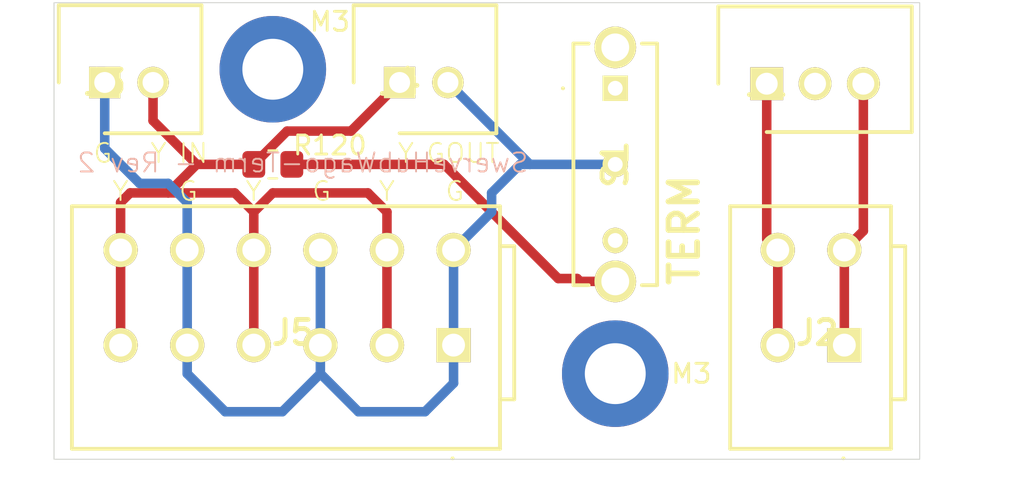
<source format=kicad_pcb>
(kicad_pcb (version 20240108) (generator "pcbnew") (generator_version "8.0")
  (layers (0 "F.Cu" signal) (31 "B.Cu" signal) (34 "B.Paste" user) (35 "F.Paste" user) (36 "B.SilkS" user "B.Silkscreen") (37 "F.SilkS" user "F.Silkscreen") (38 "B.Mask" user) (39 "F.Mask" user) (44 "Edge.Cuts" user))
  (property "Name" "SwerveHubWago-Term")
  (property "Rev" "Rev 2")
  (net 0 "")
  (net 1 "/CAN-G")
  (net 2 "/CAN-Y")
  (net 3 "/GND")
  (net 4 "/PWR")
  (net 5 "Net-(S1-MH2)")
  (footprint "MountingHole:MountingHole_3.2mm_M3_DIN965_Pad" (layer "F.Cu") (at 156 59.5)
    (property "Reference" "M3" (at 4 0 0) (layer "F.SilkS"))
    (property "Value" "MountingHole_3.2mm_M3_DIN965_Pad")
    (pad "1" thru_hole circle (at 0 0) (size 5.6 5.6) (drill 3.2) (layers "*.Cu" "*.Mask"))
  )
  (footprint "SamacSys_Parts:SLW12777443AND" (layer "F.Cu") (at 156 44.5 -90)
    (property "Reference" "S1" (at 4 0 90) (layer "F.SilkS") (effects (font (size 1.27 1.27) (thickness 0.254))))
    (property "Value" "SLW-1277744-3A-N-D" (hide yes))
    (fp_line (start 0 2.8) (end 0 2.8) (stroke (width 0.1)) (layer "F.SilkS"))
    (fp_line (start 0 2.8) (end 0 2.8) (stroke (width 0.1)) (layer "F.SilkS"))
    (fp_line (start 0 2.7) (end 0 2.7) (stroke (width 0.1)) (layer "F.SilkS"))
    (fp_line (start -2.35 2.2) (end 10.35 2.2) (stroke (width 0.2)) (layer "F.SilkS"))
    (fp_line (start 10.35 2.2) (end 10.35 1.4) (stroke (width 0.2)) (layer "F.SilkS"))
    (fp_line (start -2.35 1.4) (end -2.35 2.2) (stroke (width 0.2)) (layer "F.SilkS"))
    (fp_line (start 10.35 -1.4) (end 10.35 -2.2) (stroke (width 0.2)) (layer "F.SilkS"))
    (fp_line (start -2.35 -2.2) (end -2.35 -1.4) (stroke (width 0.2)) (layer "F.SilkS"))
    (fp_line (start 10.35 -2.2) (end -2.35 -2.2) (stroke (width 0.2)) (layer "F.SilkS"))
    (fp_arc (start 0 2.8) (mid -0.05 2.75) (end 0 2.7) (stroke (width 0.1)) (layer "F.SilkS"))
    (fp_arc (start 0 2.7) (mid 0.05 2.75) (end 0 2.8) (stroke (width 0.1)) (layer "F.SilkS"))
    (fp_arc (start 0 2.7) (mid 0.05 2.75) (end 0 2.8) (stroke (width 0.1)) (layer "F.SilkS"))
    (pad "1" thru_hole rect (at 0 0) (size 1.337 1.337) (drill 0.78) (layers "*.Cu" "*.Mask" "F.SilkS"))
    (pad "2" thru_hole circle (at 4 0) (size 1.337 1.337) (drill 0.78) (layers "*.Cu" "*.Mask" "F.SilkS") (net 1 "/CAN-G"))
    (pad "3" thru_hole circle (at 8 0) (size 1.337 1.337) (drill 0.78) (layers "*.Cu" "*.Mask" "F.SilkS"))
    (pad "4" thru_hole circle (at -2.15 0) (size 2.19 2.19) (drill 1.46) (layers "*.Cu" "*.Mask" "F.SilkS"))
    (pad "5" thru_hole circle (at 10.15 0) (size 2.19 2.19) (drill 1.46) (layers "*.Cu" "*.Mask" "F.SilkS") (net 5 "Net-(S1-MH2)"))
  )
  (footprint "Resistor_SMD:R_0805_2012Metric_Pad1.20x1.40mm_HandSolder" (layer "F.Cu") (at 138 48.5 180)
    (property "Reference" "R120" (at -3 1 0) (layer "F.SilkS"))
    (property "Value" "R120")
    (fp_line (start -0.227064 0.735) (end 0.227064 0.735) (stroke (width 0.12)) (layer "F.SilkS"))
    (fp_line (start -0.227064 -0.735) (end 0.227064 -0.735) (stroke (width 0.12)) (layer "F.SilkS"))
    (pad "1" smd roundrect (at -1 0 180) (size 1.2 1.4) (layers "F.Cu" "F.Paste" "F.Mask") (roundrect_rratio 0.208333) (net 5 "Net-(S1-MH2)"))
    (pad "2" smd roundrect (at 1 0 180) (size 1.2 1.4) (layers "F.Cu" "F.Paste" "F.Mask") (roundrect_rratio 0.208333) (net 2 "/CAN-Y"))
  )
  (footprint "MountingHole:MountingHole_3.2mm_M3_DIN965_Pad" (layer "F.Cu") (at 138 43.5)
    (property "Reference" "M3" (at 3 -2.5 0) (layer "F.SilkS"))
    (property "Value" "MountingHole_3.2mm_M3_DIN965_Pad")
    (pad "1" thru_hole circle (at 0 0) (size 5.6 5.6) (drill 3.2) (layers "*.Cu" "*.Mask"))
  )
  (footprint "SamacSys_Parts:SHDR2W64P0X254_1X2_737X660X1194P" (layer "F.Cu") (at 144.665 44.195)
    (property "Reference" "J4" (at 0 0 0) (layer "F.SilkS") (effects (font (size 1.27 1.27) (thickness 0.254))))
    (property "Value" "70543-0036" (hide yes))
    (fp_line (start -2.415 -4.06) (end -2.415 0) (stroke (width 0.2)) (layer "F.SilkS"))
    (fp_line (start 0 2.67) (end 5.085 2.67) (stroke (width 0.2)) (layer "F.SilkS"))
    (fp_line (start 5.085 -4.06) (end -2.415 -4.06) (stroke (width 0.2)) (layer "F.SilkS"))
    (fp_line (start 5.085 2.67) (end 5.085 -4.06) (stroke (width 0.2)) (layer "F.SilkS"))
    (pad "1" thru_hole rect (at 0 0 90) (size 1.65 1.65) (drill 1.1) (layers "*.Cu" "*.Mask" "F.SilkS") (net 2 "/CAN-Y"))
    (pad "2" thru_hole circle (at 2.54 0 90) (size 1.65 1.65) (drill 1.1) (layers "*.Cu" "*.Mask" "F.SilkS") (net 1 "/CAN-G"))
  )
  (footprint "SamacSys_Parts:SHDR2W64P0X254_1X2_737X660X1194P" (layer "F.Cu") (at 129.165 44.195)
    (property "Reference" "J3" (at 0 0 0) (layer "F.SilkS") (effects (font (size 1.27 1.27) (thickness 0.254))))
    (property "Value" "70543-0036" (hide yes))
    (fp_line (start -2.415 -4.06) (end -2.415 0) (stroke (width 0.2)) (layer "F.SilkS"))
    (fp_line (start 0 2.67) (end 5.085 2.67) (stroke (width 0.2)) (layer "F.SilkS"))
    (fp_line (start 5.085 -4.06) (end -2.415 -4.06) (stroke (width 0.2)) (layer "F.SilkS"))
    (fp_line (start 5.085 2.67) (end 5.085 -4.06) (stroke (width 0.2)) (layer "F.SilkS"))
    (pad "1" thru_hole rect (at 0 0 90) (size 1.65 1.65) (drill 1.1) (layers "*.Cu" "*.Mask" "F.SilkS") (net 1 "/CAN-G"))
    (pad "2" thru_hole circle (at 2.54 0 90) (size 1.65 1.65) (drill 1.1) (layers "*.Cu" "*.Mask" "F.SilkS") (net 2 "/CAN-Y"))
  )
  (footprint "SamacSys_Parts:26013106" (layer "F.Cu") (at 147.5 58 180)
    (property "Reference" "J5" (at 8.435 0.655 0) (layer "F.SilkS") (effects (font (size 1.27 1.27) (thickness 0.254))))
    (property "Value" "2601-3106" (hide yes))
    (fp_line (start 20.06 7.3) (end -2.44 7.3) (stroke (width 0.2)) (layer "F.SilkS"))
    (fp_line (start 20.06 -5.45) (end 20.06 7.3) (stroke (width 0.2)) (layer "F.SilkS"))
    (fp_line (start 0.1 -5.95) (end 0.1 -5.95) (stroke (width 0.1)) (layer "F.SilkS"))
    (fp_line (start 0 -5.95) (end 0 -5.95) (stroke (width 0.1)) (layer "F.SilkS"))
    (fp_line (start -2.44 7.3) (end -2.44 -5.45) (stroke (width 0.2)) (layer "F.SilkS"))
    (fp_line (start -2.44 5.2) (end -3.19 5.2) (stroke (width 0.2)) (layer "F.SilkS"))
    (fp_line (start -2.44 -5.45) (end 20.06 -5.45) (stroke (width 0.2)) (layer "F.SilkS"))
    (fp_line (start -3.19 5.2) (end -3.19 -2.85) (stroke (width 0.2)) (layer "F.SilkS"))
    (fp_line (start -3.19 -2.85) (end -2.44 -2.85) (stroke (width 0.2)) (layer "F.SilkS"))
    (fp_arc (start 0.1 -5.95) (mid 0.05 -5.9) (end 0 -5.95) (stroke (width 0.1)) (layer "F.SilkS"))
    (fp_arc (start 0 -5.95) (mid 0.05 -6) (end 0.1 -5.95) (stroke (width 0.1)) (layer "F.SilkS"))
    (pad "1" thru_hole rect (at 0 0 270) (size 1.8 1.8) (drill 1.2) (layers "*.Cu" "*.Mask" "F.SilkS") (net 1 "/CAN-G"))
    (pad "2" thru_hole circle (at 0 5 270) (size 1.8 1.8) (drill 1.2) (layers "*.Cu" "*.Mask" "F.SilkS") (net 1 "/CAN-G"))
    (pad "3" thru_hole circle (at 3.5 0 270) (size 1.8 1.8) (drill 1.2) (layers "*.Cu" "*.Mask" "F.SilkS") (net 2 "/CAN-Y"))
    (pad "4" thru_hole circle (at 3.5 5 270) (size 1.8 1.8) (drill 1.2) (layers "*.Cu" "*.Mask" "F.SilkS") (net 2 "/CAN-Y"))
    (pad "5" thru_hole circle (at 7 0 270) (size 1.8 1.8) (drill 1.2) (layers "*.Cu" "*.Mask" "F.SilkS") (net 1 "/CAN-G"))
    (pad "6" thru_hole circle (at 7 5 270) (size 1.8 1.8) (drill 1.2) (layers "*.Cu" "*.Mask" "F.SilkS") (net 1 "/CAN-G"))
    (pad "7" thru_hole circle (at 10.5 0 270) (size 1.8 1.8) (drill 1.2) (layers "*.Cu" "*.Mask" "F.SilkS") (net 2 "/CAN-Y"))
    (pad "8" thru_hole circle (at 10.5 5 270) (size 1.8 1.8) (drill 1.2) (layers "*.Cu" "*.Mask" "F.SilkS") (net 2 "/CAN-Y"))
    (pad "9" thru_hole circle (at 14 0 270) (size 1.8 1.8) (drill 1.2) (layers "*.Cu" "*.Mask" "F.SilkS") (net 1 "/CAN-G"))
    (pad "10" thru_hole circle (at 14 5 270) (size 1.8 1.8) (drill 1.2) (layers "*.Cu" "*.Mask" "F.SilkS") (net 1 "/CAN-G"))
    (pad "11" thru_hole circle (at 17.5 0 270) (size 1.8 1.8) (drill 1.2) (layers "*.Cu" "*.Mask" "F.SilkS") (net 2 "/CAN-Y"))
    (pad "12" thru_hole circle (at 17.5 5 270) (size 1.8 1.8) (drill 1.2) (layers "*.Cu" "*.Mask" "F.SilkS") (net 2 "/CAN-Y"))
  )
  (footprint "SamacSys_Parts:26013102" (layer "F.Cu") (at 168.04 53 180)
    (property "Reference" "J2" (at 1.425 -4.35 0) (layer "F.SilkS") (effects (font (size 1.27 1.27) (thickness 0.254))))
    (property "Value" "2601-3102" (hide yes))
    (fp_line (start 6 2.3) (end -2.45 2.3) (stroke (width 0.2)) (layer "F.SilkS"))
    (fp_line (start 6 -10.45) (end 6 2.3) (stroke (width 0.2)) (layer "F.SilkS"))
    (fp_line (start 0.1 -10.95) (end 0.1 -10.95) (stroke (width 0.1)) (layer "F.SilkS"))
    (fp_line (start 0 -10.95) (end 0 -10.95) (stroke (width 0.1)) (layer "F.SilkS"))
    (fp_line (start -2.45 2.3) (end -2.45 -10.45) (stroke (width 0.2)) (layer "F.SilkS"))
    (fp_line (start -2.45 -7.85) (end -3.2 -7.85) (stroke (width 0.2)) (layer "F.SilkS"))
    (fp_line (start -2.45 -10.45) (end 6 -10.45) (stroke (width 0.2)) (layer "F.SilkS"))
    (fp_line (start -3.2 0.2) (end -2.45 0.2) (stroke (width 0.2)) (layer "F.SilkS"))
    (fp_line (start -3.2 -7.85) (end -3.2 0.2) (stroke (width 0.2)) (layer "F.SilkS"))
    (fp_arc (start 0.1 -10.95) (mid 0.05 -10.9) (end 0 -10.95) (stroke (width 0.1)) (layer "F.SilkS"))
    (fp_arc (start 0 -10.95) (mid 0.05 -11) (end 0.1 -10.95) (stroke (width 0.1)) (layer "F.SilkS"))
    (pad "1" thru_hole rect (at 0 -5 270) (size 1.8 1.8) (drill 1.2) (layers "*.Cu" "*.Mask" "F.SilkS") (net 3 "/GND"))
    (pad "2" thru_hole circle (at 0 0 270) (size 1.8 1.8) (drill 1.2) (layers "*.Cu" "*.Mask" "F.SilkS") (net 3 "/GND"))
    (pad "3" thru_hole circle (at 3.5 -5 270) (size 1.8 1.8) (drill 1.2) (layers "*.Cu" "*.Mask" "F.SilkS") (net 4 "/PWR"))
    (pad "4" thru_hole circle (at 3.5 0 270) (size 1.8 1.8) (drill 1.2) (layers "*.Cu" "*.Mask" "F.SilkS") (net 4 "/PWR"))
  )
  (footprint "SamacSys_Parts:SHDR3W97P0X254_1X3_1017X660X1181P" (layer "F.Cu") (at 163.96 44.26)
    (property "Reference" "J1" (at 0 0 0) (layer "F.SilkS") (effects (font (size 1.27 1.27) (thickness 0.254))))
    (property "Value" "70543-0037" (hide yes))
    (fp_line (start -2.545 -4.06) (end -2.545 0) (stroke (width 0.2)) (layer "F.SilkS"))
    (fp_line (start 0 2.54) (end 7.625 2.54) (stroke (width 0.2)) (layer "F.SilkS"))
    (fp_line (start 7.625 -4.06) (end -2.545 -4.06) (stroke (width 0.2)) (layer "F.SilkS"))
    (fp_line (start 7.625 2.54) (end 7.625 -4.06) (stroke (width 0.2)) (layer "F.SilkS"))
    (pad "1" thru_hole rect (at 0 0 90) (size 1.725 1.725) (drill 1.15) (layers "*.Cu" "*.Mask" "F.SilkS") (net 4 "/PWR"))
    (pad "2" thru_hole circle (at 2.54 0 90) (size 1.725 1.725) (drill 1.15) (layers "*.Cu" "*.Mask" "F.SilkS"))
    (pad "3" thru_hole circle (at 5.08 0 90) (size 1.725 1.725) (drill 1.15) (layers "*.Cu" "*.Mask" "F.SilkS") (net 3 "/GND"))
  )
  (gr_rect (start 126.5 40) (end 172 64) (stroke (width 0.05)) (fill none) (layer "Edge.Cuts"))
  (gr_text "${Name} - ${Rev}\n" (at 151.5 49 0) (layer "B.SilkS") (effects (font (size 1 1) (thickness 0.1)) (justify left bottom mirror)))
  (gr_text "${TITLE}" (at 177.5 55.5 0) (layer "B.SilkS") (effects (font (size 1 1) (thickness 0.1)) (justify left bottom mirror)))
  (gr_text "${REVISION}" (at 176 49.5 0) (layer "B.SilkS") (effects (font (size 1 1) (thickness 0.1)) (justify left bottom mirror)))
  (gr_text "Y" (at 131.5 48.5 0) (layer "F.SilkS") (effects (font (size 1 1) (thickness 0.1)) (justify left bottom)))
  (gr_text "Y" (at 143.5 50.5 0) (layer "F.SilkS") (effects (font (size 1 1) (thickness 0.1)) (justify left bottom)))
  (gr_text "Y" (at 129.5 50.5 0) (layer "F.SilkS") (effects (font (size 1 1) (thickness 0.1)) (justify left bottom)))
  (gr_text "G" (at 140 50.5 0) (layer "F.SilkS") (effects (font (size 1 1) (thickness 0.1)) (justify left bottom)))
  (gr_text "TERM" (at 160.5 55 90) (layer "F.SilkS") (effects (font (size 1.5 1.5) (thickness 0.3) (bold yes)) (justify left bottom)))
  (gr_text "IN" (at 133 48.5 0) (layer "F.SilkS") (effects (font (size 1 1) (thickness 0.1)) (justify left bottom)))
  (gr_text "G" (at 147 50.5 0) (layer "F.SilkS") (effects (font (size 1 1) (thickness 0.1)) (justify left bottom)))
  (gr_text "G\n" (at 146 48.5 0) (layer "F.SilkS") (effects (font (size 1 1) (thickness 0.1)) (justify left bottom)))
  (gr_text "G" (at 133 50.5 0) (layer "F.SilkS") (effects (font (size 1 1) (thickness 0.1)) (justify left bottom)))
  (gr_text "Y" (at 144.5 48.5 0) (layer "F.SilkS") (effects (font (size 1 1) (thickness 0.1)) (justify left bottom)))
  (gr_text "OUT\n" (at 147 48.5 0) (layer "F.SilkS") (effects (font (size 1 1) (thickness 0.1)) (justify left bottom)))
  (gr_text "G" (at 128.5 48.5 0) (layer "F.SilkS") (effects (font (size 1 1) (thickness 0.1)) (justify left bottom)))
  (gr_text "Y" (at 136.5 50.5 0) (layer "F.SilkS") (effects (font (size 1 1) (thickness 0.1)) (justify left bottom)))
  (segment (start 147.5 53) (end 149.5 51) (width 0.5) (layer "B.Cu") (net 1))
  (segment (start 133.5 58) (end 133.5 59.5) (width 0.5) (layer "B.Cu") (net 1))
  (segment (start 147.205 44.195) (end 151.51 48.5) (width 0.5) (layer "B.Cu") (net 1))
  (segment (start 142.5 61.5) (end 146 61.5) (width 0.5) (layer "B.Cu") (net 1))
  (segment (start 146 61.5) (end 147.5 60) (width 0.5) (layer "B.Cu") (net 1))
  (segment (start 133.5 53) (end 133.5 58) (width 0.5) (layer "B.Cu") (net 1))
  (segment (start 149.5 50) (end 151 48.5) (width 0.5) (layer "B.Cu") (net 1))
  (segment (start 132.5 49.5) (end 133.5 50.5) (width 0.5) (layer "B.Cu") (net 1))
  (segment (start 140.5 59.5) (end 140.5 58) (width 0.5) (layer "B.Cu") (net 1))
  (segment (start 140.5 59.5) (end 142.5 61.5) (width 0.5) (layer "B.Cu") (net 1))
  (segment (start 133.5 59.5) (end 135.5 61.5) (width 0.5) (layer "B.Cu") (net 1))
  (segment (start 147.5 53) (end 147.5 58) (width 0.5) (layer "B.Cu") (net 1))
  (segment (start 129.165 47.665) (end 131 49.5) (width 0.5) (layer "B.Cu") (net 1))
  (segment (start 147.5 60) (end 147.5 58) (width 0.5) (layer "B.Cu") (net 1))
  (segment (start 149.5 51) (end 149.5 50) (width 0.5) (layer "B.Cu") (net 1))
  (segment (start 151.51 48.5) (end 156 48.5) (width 0.5) (layer "B.Cu") (net 1))
  (segment (start 140.5 53) (end 140.5 58) (width 0.5) (layer "B.Cu") (net 1))
  (segment (start 129.165 44.195) (end 129.165 47.665) (width 0.5) (layer "B.Cu") (net 1))
  (segment (start 131 49.5) (end 132.5 49.5) (width 0.5) (layer "B.Cu") (net 1))
  (segment (start 138.5 61.5) (end 140.5 59.5) (width 0.5) (layer "B.Cu") (net 1))
  (segment (start 135.5 61.5) (end 138.5 61.5) (width 0.5) (layer "B.Cu") (net 1))
  (segment (start 133.5 50.5) (end 133.5 53) (width 0.5) (layer "B.Cu") (net 1))
  (segment (start 151 48.5) (end 151.51 48.5) (width 0.5) (layer "B.Cu") (net 1))
  (segment (start 144.665 44.195) (end 142.11 46.75) (width 0.5) (layer "F.Cu") (net 2))
  (segment (start 138.75 46.75) (end 137 48.5) (width 0.5) (layer "F.Cu") (net 2))
  (segment (start 144 51) (end 144 53) (width 0.5) (layer "F.Cu") (net 2))
  (segment (start 144 53) (end 144 58) (width 0.5) (layer "F.Cu") (net 2))
  (segment (start 130 53) (end 130 58) (width 0.5) (layer "F.Cu") (net 2))
  (segment (start 138 50) (end 143 50) (width 0.5) (layer "F.Cu") (net 2))
  (segment (start 134 48.5) (end 132.5 50) (width 0.5) (layer "F.Cu") (net 2))
  (segment (start 130.5 50) (end 130 50.5) (width 0.5) (layer "F.Cu") (net 2))
  (segment (start 137 51) (end 137 53) (width 0.5) (layer "F.Cu") (net 2))
  (segment (start 132.5 50) (end 136 50) (width 0.5) (layer "F.Cu") (net 2))
  (segment (start 137 53) (end 137 58) (width 0.5) (layer "F.Cu") (net 2))
  (segment (start 130 50.5) (end 130 53) (width 0.5) (layer "F.Cu") (net 2))
  (segment (start 131.705 44.195) (end 131.705 46.205) (width 0.5) (layer "F.Cu") (net 2))
  (segment (start 131.705 46.205) (end 134 48.5) (width 0.5) (layer "F.Cu") (net 2))
  (segment (start 142.11 46.75) (end 138.75 46.75) (width 0.5) (layer "F.Cu") (net 2))
  (segment (start 136 50) (end 137 51) (width 0.5) (layer "F.Cu") (net 2))
  (segment (start 132.5 50) (end 130.5 50) (width 0.5) (layer "F.Cu") (net 2))
  (segment (start 134 48.5) (end 137 48.5) (width 0.5) (layer "F.Cu") (net 2))
  (segment (start 137 51) (end 138 50) (width 0.5) (layer "F.Cu") (net 2))
  (segment (start 143 50) (end 144 51) (width 0.5) (layer "F.Cu") (net 2))
  (segment (start 169.04 52) (end 168.04 53) (width 0.5) (layer "F.Cu") (net 3))
  (segment (start 169.04 44.26) (end 169.04 52) (width 0.5) (layer "F.Cu") (net 3))
  (segment (start 168.04 53) (end 168.04 58) (width 0.5) (layer "F.Cu") (net 3))
  (segment (start 163.96 44.26) (end 163.96 52.42) (width 0.5) (layer "F.Cu") (net 4))
  (segment (start 163.96 52.42) (end 164.54 53) (width 0.5) (layer "F.Cu") (net 4))
  (segment (start 164.54 53) (end 164.54 58) (width 0.5) (layer "F.Cu") (net 4))
  (segment (start 153 54.5) (end 154 54.5) (width 0.5) (layer "F.Cu") (net 5))
  (segment (start 154 54.5) (end 154.15 54.65) (width 0.5) (layer "F.Cu") (net 5))
  (segment (start 147 48.5) (end 153 54.5) (width 0.5) (layer "F.Cu") (net 5))
  (segment (start 154.15 54.65) (end 156 54.65) (width 0.5) (layer "F.Cu") (net 5))
  (segment (start 139 48.5) (end 147 48.5) (width 0.5) (layer "F.Cu") (net 5))
)
</source>
